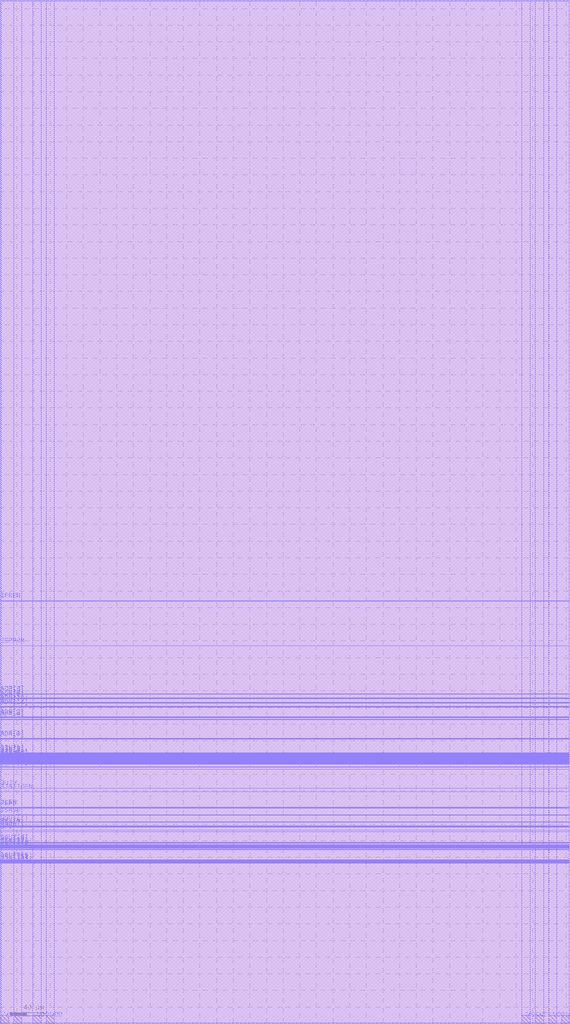
<source format=lef>
VERSION 5.6 ;
BUSBITCHARS "[]" ;
DIVIDERCHAR "/" ;

MACRO YMG8K16F18L5BR1_Y10_PA_TOP
  CLASS BLOCK ;
  ORIGIN 0 0 ;
  FOREIGN YMG8K16F18L5BR1_Y10_PA_TOP 0 0 ;
  SIZE 685 BY 1230 ;
  SYMMETRY X Y R90 ;
  PIN ADR[0]
    DIRECTION INPUT ;
    USE SIGNAL ;
    PORT
      LAYER METAL2 ;
        RECT 0 341.87 0.38 342.25 ;
    END
  END ADR[0]
  PIN ADR[10]
    DIRECTION INPUT ;
    USE SIGNAL ;
    PORT
      LAYER METAL2 ;
        RECT 0 385.91 0.38 386.29 ;
    END
  END ADR[10]
  PIN ADR[11]
    DIRECTION INPUT ;
    USE SIGNAL ;
    PORT
      LAYER METAL2 ;
        RECT 0 380.42 0.38 380.8 ;
    END
  END ADR[11]
  PIN ADR[12]
    DIRECTION INPUT ;
    USE SIGNAL ;
    PORT
      LAYER METAL2 ;
        RECT 0 381.1 0.38 381.48 ;
    END
  END ADR[12]
  PIN ADR[1]
    DIRECTION INPUT ;
    USE SIGNAL ;
    PORT
      LAYER METAL2 ;
        RECT 0 342.9 0.38 343.28 ;
    END
  END ADR[1]
  PIN ADR[2]
    DIRECTION INPUT ;
    USE SIGNAL ;
    PORT
      LAYER METAL2 ;
        RECT 0 368.61 0.38 368.99 ;
    END
  END ADR[2]
  PIN ADR[3]
    DIRECTION INPUT ;
    USE SIGNAL ;
    PORT
      LAYER METAL2 ;
        RECT 0 367.71 0.38 368.09 ;
    END
  END ADR[3]
  PIN ADR[4]
    DIRECTION INPUT ;
    USE SIGNAL ;
    PORT
      LAYER METAL2 ;
        RECT 0 365.63 0.38 366.01 ;
    END
  END ADR[4]
  PIN ADR[5]
    DIRECTION INPUT ;
    USE SIGNAL ;
    PORT
      LAYER METAL2 ;
        RECT 0 395.7 0.38 396.08 ;
    END
  END ADR[5]
  PIN ADR[6]
    DIRECTION INPUT ;
    USE SIGNAL ;
    PORT
      LAYER METAL2 ;
        RECT 0 390.48 0.38 390.86 ;
    END
  END ADR[6]
  PIN ADR[7]
    DIRECTION INPUT ;
    USE SIGNAL ;
    PORT
      LAYER METAL2 ;
        RECT 0 385.23 0.38 385.61 ;
    END
  END ADR[7]
  PIN ADR[8]
    DIRECTION INPUT ;
    USE SIGNAL ;
    PORT
      LAYER METAL2 ;
        RECT 0 396.38 0.38 396.76 ;
    END
  END ADR[8]
  PIN ADR[9]
    DIRECTION INPUT ;
    USE SIGNAL ;
    PORT
      LAYER METAL2 ;
        RECT 0 391.16 0.38 391.54 ;
    END
  END ADR[9]
  PIN BUSY
    DIRECTION OUTPUT ;
    USE SIGNAL ;
    PORT
      LAYER METAL2 ;
        RECT 0 282.79 0.28 283.07 ;
    END
  END BUSY
  PIN CLEN
    DIRECTION INPUT ;
    USE SIGNAL ;
    PORT
      LAYER METAL2 ;
        RECT 0 259.95 0.38 260.33 ;
    END
  END CLEN
  PIN CLKIN
    DIRECTION INPUT ;
    USE SIGNAL ;
    PORT
      LAYER METAL2 ;
        RECT 0 237.81 0.38 238.19 ;
    END
  END CLKIN
  PIN CS
    DIRECTION INPUT ;
    USE SIGNAL ;
    PORT
      LAYER METAL2 ;
        RECT 0 305.72 0.38 306.1 ;
    END
  END CS
  PIN DIN[0]
    DIRECTION INPUT ;
    USE SIGNAL ;
    PORT
      LAYER METAL2 ;
        RECT 0 325.52 0.38 325.9 ;
    END
  END DIN[0]
  PIN DIN[10]
    DIRECTION INPUT ;
    USE SIGNAL ;
    PORT
      LAYER METAL2 ;
        RECT 0 320.12 0.38 320.5 ;
    END
  END DIN[10]
  PIN DIN[11]
    DIRECTION INPUT ;
    USE SIGNAL ;
    PORT
      LAYER METAL2 ;
        RECT 0 319.22 0.38 319.6 ;
    END
  END DIN[11]
  PIN DIN[12]
    DIRECTION INPUT ;
    USE SIGNAL ;
    PORT
      LAYER METAL2 ;
        RECT 0 213.69 0.38 214.07 ;
    END
  END DIN[12]
  PIN DIN[13]
    DIRECTION INPUT ;
    USE SIGNAL ;
    PORT
      LAYER METAL2 ;
        RECT 0 211.89 0.38 212.27 ;
    END
  END DIN[13]
  PIN DIN[14]
    DIRECTION INPUT ;
    USE SIGNAL ;
    PORT
      LAYER METAL2 ;
        RECT 0 192.95 0.38 193.33 ;
    END
  END DIN[14]
  PIN DIN[15]
    DIRECTION INPUT ;
    USE SIGNAL ;
    PORT
      LAYER METAL2 ;
        RECT 0 194.75 0.38 195.13 ;
    END
  END DIN[15]
  PIN DIN[1]
    DIRECTION INPUT ;
    USE SIGNAL ;
    PORT
      LAYER METAL2 ;
        RECT 0 324.62 0.38 325 ;
    END
  END DIN[1]
  PIN DIN[2]
    DIRECTION INPUT ;
    USE SIGNAL ;
    PORT
      LAYER METAL2 ;
        RECT 0 321.92 0.38 322.3 ;
    END
  END DIN[2]
  PIN DIN[3]
    DIRECTION INPUT ;
    USE SIGNAL ;
    PORT
      LAYER METAL2 ;
        RECT 0 321.02 0.38 321.4 ;
    END
  END DIN[3]
  PIN DIN[4]
    DIRECTION INPUT ;
    USE SIGNAL ;
    PORT
      LAYER METAL2 ;
        RECT 0 209.12 0.38 209.5 ;
    END
  END DIN[4]
  PIN DIN[5]
    DIRECTION INPUT ;
    USE SIGNAL ;
    PORT
      LAYER METAL2 ;
        RECT 0 214.59 0.38 214.97 ;
    END
  END DIN[5]
  PIN DIN[6]
    DIRECTION INPUT ;
    USE SIGNAL ;
    PORT
      LAYER METAL2 ;
        RECT 0 196.55 0.38 196.93 ;
    END
  END DIN[6]
  PIN DIN[7]
    DIRECTION INPUT ;
    USE SIGNAL ;
    PORT
      LAYER METAL2 ;
        RECT 0 236.01 0.38 236.39 ;
    END
  END DIN[7]
  PIN DIN[8]
    DIRECTION INPUT ;
    USE SIGNAL ;
    PORT
      LAYER METAL2 ;
        RECT 0 323.72 0.38 324.1 ;
    END
  END DIN[8]
  PIN DIN[9]
    DIRECTION INPUT ;
    USE SIGNAL ;
    PORT
      LAYER METAL2 ;
        RECT 0 322.82 0.38 323.2 ;
    END
  END DIN[9]
  PIN DOUT[0]
    DIRECTION OUTPUT ;
    USE SIGNAL ;
    PORT
      LAYER METAL2 ;
        RECT 0 318.32 0.38 318.7 ;
    END
  END DOUT[0]
  PIN DOUT[10]
    DIRECTION OUTPUT ;
    USE SIGNAL ;
    PORT
      LAYER METAL2 ;
        RECT 0 312.92 0.38 313.3 ;
    END
  END DOUT[10]
  PIN DOUT[11]
    DIRECTION OUTPUT ;
    USE SIGNAL ;
    PORT
      LAYER METAL2 ;
        RECT 0 312.02 0.38 312.4 ;
    END
  END DOUT[11]
  PIN DOUT[12]
    DIRECTION OUTPUT ;
    USE SIGNAL ;
    PORT
      LAYER METAL2 ;
        RECT 0 212.79 0.38 213.17 ;
    END
  END DOUT[12]
  PIN DOUT[13]
    DIRECTION OUTPUT ;
    USE SIGNAL ;
    PORT
      LAYER METAL2 ;
        RECT 0 210.99 0.38 211.37 ;
    END
  END DOUT[13]
  PIN DOUT[14]
    DIRECTION OUTPUT ;
    USE SIGNAL ;
    PORT
      LAYER METAL2 ;
        RECT 0 193.85 0.38 194.23 ;
    END
  END DOUT[14]
  PIN DOUT[15]
    DIRECTION OUTPUT ;
    USE SIGNAL ;
    PORT
      LAYER METAL2 ;
        RECT 0 195.65 0.38 196.03 ;
    END
  END DOUT[15]
  PIN DOUT[1]
    DIRECTION OUTPUT ;
    USE SIGNAL ;
    PORT
      LAYER METAL2 ;
        RECT 0 317.42 0.38 317.8 ;
    END
  END DOUT[1]
  PIN DOUT[2]
    DIRECTION OUTPUT ;
    USE SIGNAL ;
    PORT
      LAYER METAL2 ;
        RECT 0 314.72 0.38 315.1 ;
    END
  END DOUT[2]
  PIN DOUT[3]
    DIRECTION OUTPUT ;
    USE SIGNAL ;
    PORT
      LAYER METAL2 ;
        RECT 0 313.82 0.38 314.2 ;
    END
  END DOUT[3]
  PIN DOUT[4]
    DIRECTION OUTPUT ;
    USE SIGNAL ;
    PORT
      LAYER METAL2 ;
        RECT 0 216.95 0.38 217.33 ;
    END
  END DOUT[4]
  PIN DOUT[5]
    DIRECTION OUTPUT ;
    USE SIGNAL ;
    PORT
      LAYER METAL2 ;
        RECT 0 308.195 0.38 308.575 ;
    END
  END DOUT[5]
  PIN DOUT[6]
    DIRECTION OUTPUT ;
    USE SIGNAL ;
    PORT
      LAYER METAL2 ;
        RECT 0 217.85 0.38 218.23 ;
    END
  END DOUT[6]
  PIN DOUT[7]
    DIRECTION OUTPUT ;
    USE SIGNAL ;
    PORT
      LAYER METAL2 ;
        RECT 0 242.22 0.38 242.6 ;
    END
  END DOUT[7]
  PIN DOUT[8]
    DIRECTION OUTPUT ;
    USE SIGNAL ;
    PORT
      LAYER METAL2 ;
        RECT 0 316.52 0.38 316.9 ;
    END
  END DOUT[8]
  PIN DOUT[9]
    DIRECTION OUTPUT ;
    USE SIGNAL ;
    PORT
      LAYER METAL2 ;
        RECT 0 315.62 0.38 316 ;
    END
  END DOUT[9]
  PIN EEPROM
    DIRECTION INPUT ;
    USE SIGNAL ;
    PORT
      LAYER METAL2 ;
        RECT 0 454.15 0.38 454.53 ;
    END
  END EEPROM
  PIN IFREN
    DIRECTION INPUT ;
    USE SIGNAL ;
    PORT
      LAYER METAL2 ;
        RECT 0 507.97 0.38 508.35 ;
    END
  END IFREN
  PIN ISAVB
    DIRECTION INPUT ;
    USE SIGNAL ;
    PORT
      LAYER METAL2 ;
        RECT 0 250.65 0.38 251.03 ;
    END
  END ISAVB
  PIN MRGN
    DIRECTION INPUT ;
    USE SIGNAL ;
    PORT
      LAYER METAL2 ;
        RECT 0 232.41 0.38 232.79 ;
    END
  END MRGN
  PIN READ
    DIRECTION INPUT ;
    USE SIGNAL ;
    PORT
      LAYER METAL2 ;
        RECT 0 259.05 0.38 259.43 ;
    END
  END READ
  PIN SRL
    DIRECTION INPUT ;
    USE SIGNAL ;
    PORT
      LAYER METAL2 ;
        RECT 0 230.61 0.38 230.99 ;
    END
  END SRL
  PIN STATICEN
    DIRECTION INPUT ;
    USE SIGNAL ;
    PORT
      LAYER METAL2 ;
        RECT 0 278.53 0.44 278.97 ;
    END
  END STATICEN
  PIN VDD
    DIRECTION INOUT ;
    USE POWER ;
    PORT
      LAYER METAL2 ;
        RECT 39.105 0 49.105 10 ;
    END
    PORT
      LAYER METAL2 ;
        RECT 55.105 0 65.105 10 ;
    END
    PORT
      LAYER METAL2 ;
        RECT 659 0 669 10 ;
    END
    PORT
      LAYER METAL2 ;
        RECT 675 0 685 10 ;
    END
  END VDD
  PIN VSS
    DIRECTION INOUT ;
    USE GROUND ;
    PORT
      LAYER METAL2 ;
        RECT 0 0 10 10 ;
    END
    PORT
      LAYER METAL2 ;
        RECT 16 0 26 10 ;
    END
    PORT
      LAYER METAL2 ;
        RECT 627 0 637 10 ;
    END
    PORT
      LAYER METAL2 ;
        RECT 643 0 653 10 ;
    END
  END VSS
  PIN WR
    DIRECTION INPUT ;
    USE SIGNAL ;
    PORT
      LAYER METAL2 ;
        RECT 0 236.91 0.38 237.29 ;
    END
  END WR
  OBS
    LAYER METAL3 ;
      RECT 0 0 685 1230 ;
    LAYER METAL2 ;
      RECT 1 1 684 1229 ;
      RECT 0 507.97 684 508.35 ;
      RECT 0 454.15 684 454.53 ;
      RECT 0 396.38 684 396.76 ;
      RECT 0 395.7 684 396.08 ;
      RECT 0 391.16 684 391.54 ;
      RECT 0 390.48 684 390.86 ;
      RECT 0 385.91 684 386.29 ;
      RECT 0 385.23 684 385.61 ;
      RECT 0 381.1 684 381.48 ;
      RECT 0 380.42 684 380.8 ;
      RECT 0 368.61 684 368.99 ;
      RECT 0 367.71 684 368.09 ;
      RECT 0 365.63 684 366.01 ;
      RECT 0 342.9 684 343.28 ;
      RECT 0 341.87 684 342.25 ;
      RECT 0 325.52 684 325.9 ;
      RECT 0 324.62 684 325 ;
      RECT 0 323.72 684 324.1 ;
      RECT 0 322.82 684 323.2 ;
      RECT 0 321.92 684 322.3 ;
      RECT 0 321.02 684 321.4 ;
      RECT 0 320.12 684 320.5 ;
      RECT 0 319.22 684 319.6 ;
      RECT 0 318.32 684 318.7 ;
      RECT 0 317.42 684 317.8 ;
      RECT 0 316.52 684 316.9 ;
      RECT 0 315.62 684 316 ;
      RECT 0 314.72 684 315.1 ;
      RECT 0 313.82 684 314.2 ;
      RECT 0 312.92 684 313.3 ;
      RECT 0 312.02 684 312.4 ;
      RECT 0 308.195 684 308.575 ;
      RECT 0 305.72 684 306.1 ;
      RECT 0 282.79 684 283.07 ;
      RECT 0 278.53 684 278.97 ;
      RECT 0 259.95 684 260.33 ;
      RECT 0 259.05 684 259.43 ;
      RECT 0 250.65 684 251.03 ;
      RECT 0 242.22 684 242.6 ;
      RECT 0 237.81 684 238.19 ;
      RECT 0 236.91 684 237.29 ;
      RECT 0 236.01 684 236.39 ;
      RECT 0 232.41 684 232.79 ;
      RECT 0 230.61 684 230.99 ;
      RECT 0 217.85 684 218.23 ;
      RECT 0 216.95 684 217.33 ;
      RECT 0 214.59 684 214.97 ;
      RECT 0 213.69 684 214.07 ;
      RECT 0 212.79 684 213.17 ;
      RECT 0 211.89 684 212.27 ;
      RECT 0 210.99 684 211.37 ;
      RECT 0 209.12 684 209.5 ;
      RECT 0 196.55 684 196.93 ;
      RECT 0 195.65 684 196.03 ;
      RECT 0 194.75 684 195.13 ;
      RECT 0 193.85 684 194.23 ;
      RECT 0 192.95 684 193.33 ;
      RECT 675 0 685 10 ;
      RECT 659 0 669 1229 ;
      RECT 643 0 653 1229 ;
      RECT 627 0 637 1229 ;
      RECT 55.105 0 65.105 1229 ;
      RECT 39.105 0 49.105 1229 ;
      RECT 16 0 26 1229 ;
      RECT 0 0 10 10 ;
    LAYER METAL1 ;
      RECT 0 0 685 1230 ;
  END
END YMG8K16F18L5BR1_Y10_PA_TOP

END LIBRARY

</source>
